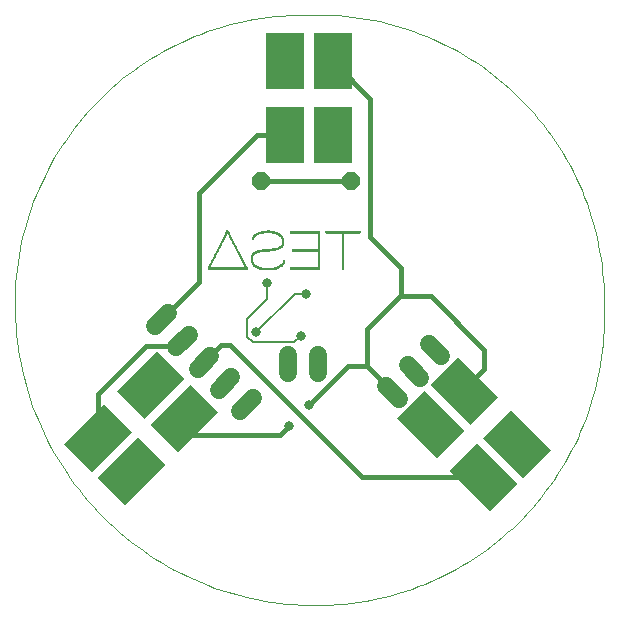
<source format=gbl>
G75*
%MOIN*%
%OFA0B0*%
%FSLAX24Y24*%
%IPPOS*%
%LPD*%
%AMOC8*
5,1,8,0,0,1.08239X$1,22.5*
%
%ADD10C,0.0000*%
%ADD11R,0.0290X0.0010*%
%ADD12R,0.0050X0.0010*%
%ADD13R,0.0900X0.0010*%
%ADD14R,0.0410X0.0010*%
%ADD15R,0.1310X0.0010*%
%ADD16R,0.0060X0.0010*%
%ADD17R,0.0950X0.0010*%
%ADD18R,0.0500X0.0010*%
%ADD19R,0.1330X0.0010*%
%ADD20R,0.0070X0.0010*%
%ADD21R,0.0970X0.0010*%
%ADD22R,0.0570X0.0010*%
%ADD23R,0.1350X0.0010*%
%ADD24R,0.0980X0.0010*%
%ADD25R,0.0630X0.0010*%
%ADD26R,0.0330X0.0010*%
%ADD27R,0.0040X0.0010*%
%ADD28R,0.0990X0.0010*%
%ADD29R,0.0250X0.0010*%
%ADD30R,0.0230X0.0010*%
%ADD31R,0.0210X0.0010*%
%ADD32R,0.0200X0.0010*%
%ADD33R,0.0190X0.0010*%
%ADD34R,0.0170X0.0010*%
%ADD35R,0.0080X0.0010*%
%ADD36R,0.0160X0.0010*%
%ADD37R,0.0150X0.0010*%
%ADD38R,0.0140X0.0010*%
%ADD39R,0.0130X0.0010*%
%ADD40R,0.0120X0.0010*%
%ADD41R,0.0110X0.0010*%
%ADD42R,0.0100X0.0010*%
%ADD43R,0.0090X0.0010*%
%ADD44R,0.0020X0.0010*%
%ADD45R,0.0180X0.0010*%
%ADD46R,0.0280X0.0010*%
%ADD47R,0.0940X0.0010*%
%ADD48R,0.0340X0.0010*%
%ADD49R,0.0440X0.0010*%
%ADD50R,0.0530X0.0010*%
%ADD51R,0.0540X0.0010*%
%ADD52R,0.0930X0.0010*%
%ADD53R,0.0450X0.0010*%
%ADD54R,0.0220X0.0010*%
%ADD55R,0.0010X0.0010*%
%ADD56R,0.1150X0.0010*%
%ADD57R,0.1170X0.0010*%
%ADD58R,0.0650X0.0010*%
%ADD59R,0.0610X0.0010*%
%ADD60R,0.1180X0.0010*%
%ADD61R,0.0550X0.0010*%
%ADD62R,0.0480X0.0010*%
%ADD63R,0.0400X0.0010*%
%ADD64C,0.0600*%
%ADD65OC8,0.0600*%
%ADD66R,0.1299X0.1890*%
%ADD67C,0.0317*%
%ADD68C,0.0080*%
%ADD69C,0.0160*%
D10*
X000100Y010131D02*
X000100Y010160D01*
X000103Y010392D01*
X000111Y010625D01*
X000125Y010857D01*
X000144Y011088D01*
X000169Y011319D01*
X000200Y011550D01*
X000236Y011779D01*
X000278Y012008D01*
X000325Y012235D01*
X000378Y012462D01*
X000436Y012687D01*
X000500Y012910D01*
X000569Y013132D01*
X000643Y013352D01*
X000723Y013571D01*
X000808Y013787D01*
X000898Y014001D01*
X000993Y014213D01*
X001093Y014423D01*
X001199Y014630D01*
X001309Y014834D01*
X001424Y015036D01*
X001544Y015235D01*
X001669Y015431D01*
X001799Y015624D01*
X001933Y015814D01*
X002072Y016000D01*
X002215Y016183D01*
X002363Y016363D01*
X002515Y016539D01*
X002671Y016711D01*
X002831Y016879D01*
X002995Y017044D01*
X003163Y017204D01*
X003335Y017360D01*
X003511Y017513D01*
X003690Y017660D01*
X003873Y017804D01*
X004059Y017943D01*
X004249Y018077D01*
X004442Y018207D01*
X004638Y018332D01*
X004836Y018453D01*
X005038Y018568D01*
X005242Y018679D01*
X005449Y018784D01*
X005659Y018885D01*
X005871Y018980D01*
X006085Y019071D01*
X006301Y019156D01*
X006519Y019236D01*
X006739Y019310D01*
X006961Y019380D01*
X007185Y019444D01*
X007410Y019502D01*
X007636Y019555D01*
X007863Y019603D01*
X008092Y019645D01*
X008322Y019681D01*
X008552Y019712D01*
X008783Y019738D01*
X009014Y019757D01*
X009246Y019771D01*
X009479Y019780D01*
X009711Y019783D01*
X010170Y019784D01*
X010404Y019782D01*
X010638Y019774D01*
X010871Y019760D01*
X011104Y019741D01*
X011337Y019715D01*
X011569Y019685D01*
X011800Y019648D01*
X012030Y019606D01*
X012259Y019558D01*
X012487Y019505D01*
X012713Y019446D01*
X012938Y019381D01*
X013161Y019311D01*
X013382Y019236D01*
X013602Y019155D01*
X013819Y019069D01*
X014035Y018978D01*
X014248Y018881D01*
X014458Y018779D01*
X014666Y018672D01*
X014872Y018560D01*
X015074Y018443D01*
X015274Y018321D01*
X015470Y018194D01*
X015663Y018062D01*
X015854Y017926D01*
X016040Y017785D01*
X016223Y017639D01*
X016403Y017489D01*
X016579Y017335D01*
X016751Y017177D01*
X016919Y017014D01*
X017083Y016847D01*
X017243Y016676D01*
X017398Y016502D01*
X017549Y016323D01*
X017696Y016141D01*
X017839Y015956D01*
X017977Y015767D01*
X018110Y015574D01*
X018238Y015379D01*
X018362Y015180D01*
X018480Y014978D01*
X018594Y014774D01*
X018702Y014567D01*
X018806Y014357D01*
X018904Y014145D01*
X018997Y013930D01*
X019085Y013713D01*
X019168Y013495D01*
X019245Y013274D01*
X019316Y013051D01*
X019383Y012827D01*
X019443Y012601D01*
X019498Y012373D01*
X019548Y012145D01*
X019592Y011915D01*
X019630Y011684D01*
X019663Y011453D01*
X019689Y011220D01*
X019711Y010987D01*
X019726Y010754D01*
X019736Y010520D01*
X019740Y010286D01*
X019741Y010286D02*
X019743Y009754D01*
X019741Y009521D01*
X019734Y009288D01*
X019721Y009056D01*
X019702Y008823D01*
X019678Y008592D01*
X019648Y008361D01*
X019613Y008131D01*
X019572Y007901D01*
X019525Y007673D01*
X019473Y007446D01*
X019416Y007221D01*
X019353Y006996D01*
X019285Y006774D01*
X019211Y006553D01*
X019132Y006334D01*
X019047Y006117D01*
X018958Y005902D01*
X018863Y005689D01*
X018763Y005479D01*
X018658Y005271D01*
X018548Y005066D01*
X018433Y004863D01*
X018313Y004664D01*
X018189Y004467D01*
X018059Y004273D01*
X017925Y004083D01*
X017787Y003896D01*
X017644Y003712D01*
X017496Y003532D01*
X017344Y003355D01*
X017188Y003182D01*
X017028Y003013D01*
X016864Y002848D01*
X016695Y002687D01*
X016523Y002530D01*
X016348Y002378D01*
X016168Y002229D01*
X015985Y002085D01*
X015799Y001946D01*
X015609Y001811D01*
X015416Y001681D01*
X015220Y001555D01*
X015021Y001434D01*
X014819Y001318D01*
X014614Y001207D01*
X014407Y001101D01*
X014197Y001000D01*
X013985Y000904D01*
X013770Y000814D01*
X013554Y000728D01*
X013335Y000648D01*
X013114Y000573D01*
X012892Y000504D01*
X012668Y000440D01*
X012443Y000381D01*
X012216Y000328D01*
X011988Y000280D01*
X011759Y000238D01*
X011529Y000201D01*
X011299Y000170D01*
X011067Y000145D01*
X010835Y000125D01*
X010603Y000111D01*
X010370Y000103D01*
X010137Y000100D01*
X009891Y000103D01*
X009645Y000112D01*
X009399Y000127D01*
X009154Y000148D01*
X008909Y000175D01*
X008665Y000209D01*
X008422Y000248D01*
X008180Y000293D01*
X007939Y000344D01*
X007699Y000401D01*
X007461Y000463D01*
X007225Y000532D01*
X006990Y000606D01*
X006757Y000686D01*
X006526Y000772D01*
X006297Y000863D01*
X006071Y000960D01*
X005847Y001063D01*
X005626Y001171D01*
X005407Y001284D01*
X005192Y001403D01*
X004979Y001527D01*
X004769Y001656D01*
X004563Y001790D01*
X004360Y001930D01*
X004160Y002074D01*
X003964Y002223D01*
X003772Y002377D01*
X003583Y002535D01*
X003399Y002698D01*
X003218Y002866D01*
X003042Y003038D01*
X002870Y003214D01*
X002702Y003394D01*
X002539Y003579D01*
X002380Y003767D01*
X002227Y003959D01*
X002077Y004155D01*
X001933Y004355D01*
X001794Y004558D01*
X001659Y004764D01*
X001530Y004973D01*
X001406Y005186D01*
X001287Y005402D01*
X001174Y005620D01*
X001066Y005842D01*
X000963Y006065D01*
X000866Y006292D01*
X000774Y006520D01*
X000688Y006751D01*
X000608Y006984D01*
X000534Y007219D01*
X000465Y007455D01*
X000402Y007693D01*
X000345Y007933D01*
X000294Y008174D01*
X000249Y008416D01*
X000209Y008659D01*
X000176Y008903D01*
X000149Y009148D01*
X000128Y009393D01*
X000112Y009639D01*
X000103Y009885D01*
X000100Y010131D01*
D11*
X008346Y011310D03*
X008346Y011310D03*
X008346Y011310D03*
X008346Y011310D03*
X008536Y011260D03*
X008536Y011260D03*
X008536Y011260D03*
X008536Y011260D03*
X008546Y012550D03*
X008546Y012550D03*
X008546Y012550D03*
X008546Y012550D03*
D12*
X008036Y012270D03*
X008036Y012270D03*
X008036Y012270D03*
X008036Y012270D03*
X009086Y011570D03*
X009086Y011570D03*
X009086Y011570D03*
X009086Y011570D03*
X011056Y011270D03*
X011056Y011270D03*
X011056Y011270D03*
X011056Y011270D03*
D13*
X009771Y011270D03*
X009771Y011270D03*
X009771Y011270D03*
X009771Y011270D03*
D14*
X008536Y011270D03*
X008536Y011270D03*
X008536Y011270D03*
X008536Y011270D03*
D15*
X007196Y011270D03*
X007196Y011270D03*
X007196Y011270D03*
X007196Y011270D03*
D16*
X008001Y011660D03*
X008001Y011660D03*
X008001Y011660D03*
X008001Y011660D03*
X008041Y012280D03*
X008041Y012280D03*
X008041Y012280D03*
X008041Y012280D03*
X008041Y012290D03*
X008041Y012290D03*
X008041Y012290D03*
X008041Y012290D03*
X007191Y012560D03*
X007191Y012560D03*
X007191Y012560D03*
X007191Y012560D03*
X009081Y011560D03*
X009081Y011560D03*
X009081Y011560D03*
X009081Y011560D03*
X010241Y012480D03*
X010241Y012480D03*
X010241Y012480D03*
X010241Y012480D03*
X011051Y011280D03*
X011051Y011280D03*
X011051Y011280D03*
X011051Y011280D03*
D17*
X009776Y011280D03*
X009776Y011280D03*
X009776Y011280D03*
X009776Y011280D03*
X009806Y011890D03*
X009806Y011890D03*
X009806Y011890D03*
X009806Y011890D03*
X009806Y011900D03*
X009806Y011900D03*
X009806Y011900D03*
X009806Y011900D03*
X009806Y011910D03*
X009806Y011910D03*
X009806Y011910D03*
X009806Y011910D03*
X009776Y012540D03*
X009776Y012540D03*
X009776Y012540D03*
X009776Y012540D03*
D18*
X008601Y011930D03*
X008601Y011930D03*
X008601Y011930D03*
X008601Y011930D03*
X008451Y011900D03*
X008451Y011900D03*
X008451Y011900D03*
X008451Y011900D03*
X008541Y011280D03*
X008541Y011280D03*
X008541Y011280D03*
X008541Y011280D03*
D19*
X007196Y011280D03*
X007196Y011280D03*
X007196Y011280D03*
X007196Y011280D03*
X007196Y011320D03*
X007196Y011320D03*
X007196Y011320D03*
X007196Y011320D03*
X007196Y011330D03*
X007196Y011330D03*
X007196Y011330D03*
X007196Y011330D03*
D20*
X006706Y011590D03*
X006706Y011590D03*
X006706Y011590D03*
X006706Y011590D03*
X006916Y012000D03*
X006916Y012000D03*
X006916Y012000D03*
X006916Y012000D03*
X007276Y012380D03*
X007276Y012380D03*
X007276Y012380D03*
X007276Y012380D03*
X007196Y012550D03*
X007196Y012550D03*
X007196Y012550D03*
X007196Y012550D03*
X008046Y012310D03*
X008046Y012310D03*
X008046Y012310D03*
X008046Y012310D03*
X008046Y012300D03*
X008046Y012300D03*
X008046Y012300D03*
X008046Y012300D03*
X008056Y012320D03*
X008056Y012320D03*
X008056Y012320D03*
X008056Y012320D03*
X008056Y012330D03*
X008056Y012330D03*
X008056Y012330D03*
X008056Y012330D03*
X008066Y012350D03*
X008066Y012350D03*
X008066Y012350D03*
X008066Y012350D03*
X008076Y012360D03*
X008076Y012360D03*
X008076Y012360D03*
X008076Y012360D03*
X008546Y012560D03*
X008546Y012560D03*
X008546Y012560D03*
X008546Y012560D03*
X009046Y012270D03*
X009046Y012270D03*
X009046Y012270D03*
X009046Y012270D03*
X009046Y012260D03*
X009046Y012260D03*
X009046Y012260D03*
X009046Y012260D03*
X009056Y012240D03*
X009056Y012240D03*
X009056Y012240D03*
X009056Y012240D03*
X009056Y012230D03*
X009056Y012230D03*
X009056Y012230D03*
X009056Y012230D03*
X009056Y012220D03*
X009056Y012220D03*
X009056Y012220D03*
X009056Y012220D03*
X009056Y012210D03*
X009056Y012210D03*
X009056Y012210D03*
X009056Y012210D03*
X009056Y012200D03*
X009056Y012200D03*
X009056Y012200D03*
X009056Y012200D03*
X009056Y012190D03*
X009056Y012190D03*
X009056Y012190D03*
X009056Y012190D03*
X009056Y012180D03*
X009056Y012180D03*
X009056Y012180D03*
X009056Y012180D03*
X009056Y012170D03*
X009056Y012170D03*
X009056Y012170D03*
X009056Y012170D03*
X009046Y012160D03*
X009046Y012160D03*
X009046Y012160D03*
X009046Y012160D03*
X009046Y012150D03*
X009046Y012150D03*
X009046Y012150D03*
X009046Y012150D03*
X009046Y012140D03*
X009046Y012140D03*
X009046Y012140D03*
X009046Y012140D03*
X009046Y012130D03*
X009046Y012130D03*
X009046Y012130D03*
X009046Y012130D03*
X009036Y012110D03*
X009036Y012110D03*
X009036Y012110D03*
X009036Y012110D03*
X009086Y011550D03*
X009086Y011550D03*
X009086Y011550D03*
X009086Y011550D03*
X009076Y011540D03*
X009076Y011540D03*
X009076Y011540D03*
X009076Y011540D03*
X009076Y011530D03*
X009076Y011530D03*
X009076Y011530D03*
X009076Y011530D03*
X009076Y011520D03*
X009076Y011520D03*
X009076Y011520D03*
X009076Y011520D03*
X009066Y011510D03*
X009066Y011510D03*
X009066Y011510D03*
X009066Y011510D03*
X008026Y011500D03*
X008026Y011500D03*
X008026Y011500D03*
X008026Y011500D03*
X008016Y011520D03*
X008016Y011520D03*
X008016Y011520D03*
X008016Y011520D03*
X008016Y011530D03*
X008016Y011530D03*
X008016Y011530D03*
X008016Y011530D03*
X008006Y011550D03*
X008006Y011550D03*
X008006Y011550D03*
X008006Y011550D03*
X008006Y011560D03*
X008006Y011560D03*
X008006Y011560D03*
X008006Y011560D03*
X008006Y011570D03*
X008006Y011570D03*
X008006Y011570D03*
X008006Y011570D03*
X007996Y011580D03*
X007996Y011580D03*
X007996Y011580D03*
X007996Y011580D03*
X007996Y011590D03*
X007996Y011590D03*
X007996Y011590D03*
X007996Y011590D03*
X007996Y011600D03*
X007996Y011600D03*
X007996Y011600D03*
X007996Y011600D03*
X007996Y011610D03*
X007996Y011610D03*
X007996Y011610D03*
X007996Y011610D03*
X007996Y011620D03*
X007996Y011620D03*
X007996Y011620D03*
X007996Y011620D03*
X007996Y011630D03*
X007996Y011630D03*
X007996Y011630D03*
X007996Y011630D03*
X007996Y011640D03*
X007996Y011640D03*
X007996Y011640D03*
X007996Y011640D03*
X007996Y011650D03*
X007996Y011650D03*
X007996Y011650D03*
X007996Y011650D03*
X008006Y011680D03*
X008006Y011680D03*
X008006Y011680D03*
X008006Y011680D03*
X008006Y011690D03*
X008006Y011690D03*
X008006Y011690D03*
X008006Y011690D03*
X008006Y011700D03*
X008006Y011700D03*
X008006Y011700D03*
X008006Y011700D03*
X008016Y011720D03*
X008016Y011720D03*
X008016Y011720D03*
X008016Y011720D03*
X010246Y011720D03*
X010246Y011720D03*
X010246Y011720D03*
X010246Y011720D03*
X010246Y011730D03*
X010246Y011730D03*
X010246Y011730D03*
X010246Y011730D03*
X010246Y011740D03*
X010246Y011740D03*
X010246Y011740D03*
X010246Y011740D03*
X010246Y011750D03*
X010246Y011750D03*
X010246Y011750D03*
X010246Y011750D03*
X010246Y011760D03*
X010246Y011760D03*
X010246Y011760D03*
X010246Y011760D03*
X010246Y011770D03*
X010246Y011770D03*
X010246Y011770D03*
X010246Y011770D03*
X010246Y011780D03*
X010246Y011780D03*
X010246Y011780D03*
X010246Y011780D03*
X010246Y011790D03*
X010246Y011790D03*
X010246Y011790D03*
X010246Y011790D03*
X010246Y011800D03*
X010246Y011800D03*
X010246Y011800D03*
X010246Y011800D03*
X010246Y011810D03*
X010246Y011810D03*
X010246Y011810D03*
X010246Y011810D03*
X010246Y011820D03*
X010246Y011820D03*
X010246Y011820D03*
X010246Y011820D03*
X010246Y011830D03*
X010246Y011830D03*
X010246Y011830D03*
X010246Y011830D03*
X010246Y011840D03*
X010246Y011840D03*
X010246Y011840D03*
X010246Y011840D03*
X010246Y011850D03*
X010246Y011850D03*
X010246Y011850D03*
X010246Y011850D03*
X010246Y011860D03*
X010246Y011860D03*
X010246Y011860D03*
X010246Y011860D03*
X010246Y011870D03*
X010246Y011870D03*
X010246Y011870D03*
X010246Y011870D03*
X010246Y011940D03*
X010246Y011940D03*
X010246Y011940D03*
X010246Y011940D03*
X010246Y011950D03*
X010246Y011950D03*
X010246Y011950D03*
X010246Y011950D03*
X010246Y011960D03*
X010246Y011960D03*
X010246Y011960D03*
X010246Y011960D03*
X010246Y011970D03*
X010246Y011970D03*
X010246Y011970D03*
X010246Y011970D03*
X010246Y011980D03*
X010246Y011980D03*
X010246Y011980D03*
X010246Y011980D03*
X010246Y011990D03*
X010246Y011990D03*
X010246Y011990D03*
X010246Y011990D03*
X010246Y012000D03*
X010246Y012000D03*
X010246Y012000D03*
X010246Y012000D03*
X010246Y012010D03*
X010246Y012010D03*
X010246Y012010D03*
X010246Y012010D03*
X010246Y012020D03*
X010246Y012020D03*
X010246Y012020D03*
X010246Y012020D03*
X010246Y012030D03*
X010246Y012030D03*
X010246Y012030D03*
X010246Y012030D03*
X010246Y012040D03*
X010246Y012040D03*
X010246Y012040D03*
X010246Y012040D03*
X010246Y012050D03*
X010246Y012050D03*
X010246Y012050D03*
X010246Y012050D03*
X010246Y012060D03*
X010246Y012060D03*
X010246Y012060D03*
X010246Y012060D03*
X010246Y012070D03*
X010246Y012070D03*
X010246Y012070D03*
X010246Y012070D03*
X010246Y012080D03*
X010246Y012080D03*
X010246Y012080D03*
X010246Y012080D03*
X010246Y012090D03*
X010246Y012090D03*
X010246Y012090D03*
X010246Y012090D03*
X010246Y012100D03*
X010246Y012100D03*
X010246Y012100D03*
X010246Y012100D03*
X010246Y012110D03*
X010246Y012110D03*
X010246Y012110D03*
X010246Y012110D03*
X010246Y012120D03*
X010246Y012120D03*
X010246Y012120D03*
X010246Y012120D03*
X010246Y012130D03*
X010246Y012130D03*
X010246Y012130D03*
X010246Y012130D03*
X010246Y012140D03*
X010246Y012140D03*
X010246Y012140D03*
X010246Y012140D03*
X010246Y012150D03*
X010246Y012150D03*
X010246Y012150D03*
X010246Y012150D03*
X010246Y012160D03*
X010246Y012160D03*
X010246Y012160D03*
X010246Y012160D03*
X010246Y012170D03*
X010246Y012170D03*
X010246Y012170D03*
X010246Y012170D03*
X010246Y012180D03*
X010246Y012180D03*
X010246Y012180D03*
X010246Y012180D03*
X010246Y012190D03*
X010246Y012190D03*
X010246Y012190D03*
X010246Y012190D03*
X010246Y012200D03*
X010246Y012200D03*
X010246Y012200D03*
X010246Y012200D03*
X010246Y012210D03*
X010246Y012210D03*
X010246Y012210D03*
X010246Y012210D03*
X010246Y012220D03*
X010246Y012220D03*
X010246Y012220D03*
X010246Y012220D03*
X010246Y012230D03*
X010246Y012230D03*
X010246Y012230D03*
X010246Y012230D03*
X010246Y012240D03*
X010246Y012240D03*
X010246Y012240D03*
X010246Y012240D03*
X010246Y012250D03*
X010246Y012250D03*
X010246Y012250D03*
X010246Y012250D03*
X010246Y012260D03*
X010246Y012260D03*
X010246Y012260D03*
X010246Y012260D03*
X010246Y012270D03*
X010246Y012270D03*
X010246Y012270D03*
X010246Y012270D03*
X010246Y012280D03*
X010246Y012280D03*
X010246Y012280D03*
X010246Y012280D03*
X010246Y012290D03*
X010246Y012290D03*
X010246Y012290D03*
X010246Y012290D03*
X010246Y012300D03*
X010246Y012300D03*
X010246Y012300D03*
X010246Y012300D03*
X010246Y012310D03*
X010246Y012310D03*
X010246Y012310D03*
X010246Y012310D03*
X010246Y012320D03*
X010246Y012320D03*
X010246Y012320D03*
X010246Y012320D03*
X010246Y012330D03*
X010246Y012330D03*
X010246Y012330D03*
X010246Y012330D03*
X010246Y012340D03*
X010246Y012340D03*
X010246Y012340D03*
X010246Y012340D03*
X010246Y012350D03*
X010246Y012350D03*
X010246Y012350D03*
X010246Y012350D03*
X010246Y012360D03*
X010246Y012360D03*
X010246Y012360D03*
X010246Y012360D03*
X010246Y012370D03*
X010246Y012370D03*
X010246Y012370D03*
X010246Y012370D03*
X010246Y012380D03*
X010246Y012380D03*
X010246Y012380D03*
X010246Y012380D03*
X010246Y012390D03*
X010246Y012390D03*
X010246Y012390D03*
X010246Y012390D03*
X010246Y012400D03*
X010246Y012400D03*
X010246Y012400D03*
X010246Y012400D03*
X010246Y012410D03*
X010246Y012410D03*
X010246Y012410D03*
X010246Y012410D03*
X010246Y012420D03*
X010246Y012420D03*
X010246Y012420D03*
X010246Y012420D03*
X010246Y012430D03*
X010246Y012430D03*
X010246Y012430D03*
X010246Y012430D03*
X010246Y012440D03*
X010246Y012440D03*
X010246Y012440D03*
X010246Y012440D03*
X010246Y012450D03*
X010246Y012450D03*
X010246Y012450D03*
X010246Y012450D03*
X010246Y012460D03*
X010246Y012460D03*
X010246Y012460D03*
X010246Y012460D03*
X010246Y012470D03*
X010246Y012470D03*
X010246Y012470D03*
X010246Y012470D03*
X010246Y011710D03*
X010246Y011710D03*
X010246Y011710D03*
X010246Y011710D03*
X010246Y011700D03*
X010246Y011700D03*
X010246Y011700D03*
X010246Y011700D03*
X010246Y011690D03*
X010246Y011690D03*
X010246Y011690D03*
X010246Y011690D03*
X010246Y011680D03*
X010246Y011680D03*
X010246Y011680D03*
X010246Y011680D03*
X010246Y011670D03*
X010246Y011670D03*
X010246Y011670D03*
X010246Y011670D03*
X010246Y011660D03*
X010246Y011660D03*
X010246Y011660D03*
X010246Y011660D03*
X010246Y011650D03*
X010246Y011650D03*
X010246Y011650D03*
X010246Y011650D03*
X010246Y011640D03*
X010246Y011640D03*
X010246Y011640D03*
X010246Y011640D03*
X010246Y011630D03*
X010246Y011630D03*
X010246Y011630D03*
X010246Y011630D03*
X010246Y011620D03*
X010246Y011620D03*
X010246Y011620D03*
X010246Y011620D03*
X010246Y011610D03*
X010246Y011610D03*
X010246Y011610D03*
X010246Y011610D03*
X010246Y011600D03*
X010246Y011600D03*
X010246Y011600D03*
X010246Y011600D03*
X010246Y011590D03*
X010246Y011590D03*
X010246Y011590D03*
X010246Y011590D03*
X010246Y011580D03*
X010246Y011580D03*
X010246Y011580D03*
X010246Y011580D03*
X010246Y011570D03*
X010246Y011570D03*
X010246Y011570D03*
X010246Y011570D03*
X010246Y011560D03*
X010246Y011560D03*
X010246Y011560D03*
X010246Y011560D03*
X010246Y011550D03*
X010246Y011550D03*
X010246Y011550D03*
X010246Y011550D03*
X010246Y011540D03*
X010246Y011540D03*
X010246Y011540D03*
X010246Y011540D03*
X010246Y011530D03*
X010246Y011530D03*
X010246Y011530D03*
X010246Y011530D03*
X010246Y011520D03*
X010246Y011520D03*
X010246Y011520D03*
X010246Y011520D03*
X010246Y011510D03*
X010246Y011510D03*
X010246Y011510D03*
X010246Y011510D03*
X010246Y011500D03*
X010246Y011500D03*
X010246Y011500D03*
X010246Y011500D03*
X010246Y011490D03*
X010246Y011490D03*
X010246Y011490D03*
X010246Y011490D03*
X010246Y011480D03*
X010246Y011480D03*
X010246Y011480D03*
X010246Y011480D03*
X010246Y011470D03*
X010246Y011470D03*
X010246Y011470D03*
X010246Y011470D03*
X010246Y011460D03*
X010246Y011460D03*
X010246Y011460D03*
X010246Y011460D03*
X010246Y011450D03*
X010246Y011450D03*
X010246Y011450D03*
X010246Y011450D03*
X010246Y011440D03*
X010246Y011440D03*
X010246Y011440D03*
X010246Y011440D03*
X010246Y011430D03*
X010246Y011430D03*
X010246Y011430D03*
X010246Y011430D03*
X010246Y011420D03*
X010246Y011420D03*
X010246Y011420D03*
X010246Y011420D03*
X010246Y011410D03*
X010246Y011410D03*
X010246Y011410D03*
X010246Y011410D03*
X010246Y011400D03*
X010246Y011400D03*
X010246Y011400D03*
X010246Y011400D03*
X010246Y011390D03*
X010246Y011390D03*
X010246Y011390D03*
X010246Y011390D03*
X010246Y011380D03*
X010246Y011380D03*
X010246Y011380D03*
X010246Y011380D03*
X010246Y011370D03*
X010246Y011370D03*
X010246Y011370D03*
X010246Y011370D03*
X010246Y011360D03*
X010246Y011360D03*
X010246Y011360D03*
X010246Y011360D03*
X010246Y011350D03*
X010246Y011350D03*
X010246Y011350D03*
X010246Y011350D03*
X010246Y011340D03*
X010246Y011340D03*
X010246Y011340D03*
X010246Y011340D03*
X011056Y011340D03*
X011056Y011340D03*
X011056Y011340D03*
X011056Y011340D03*
X011056Y011350D03*
X011056Y011350D03*
X011056Y011350D03*
X011056Y011350D03*
X011056Y011360D03*
X011056Y011360D03*
X011056Y011360D03*
X011056Y011360D03*
X011056Y011370D03*
X011056Y011370D03*
X011056Y011370D03*
X011056Y011370D03*
X011056Y011380D03*
X011056Y011380D03*
X011056Y011380D03*
X011056Y011380D03*
X011056Y011390D03*
X011056Y011390D03*
X011056Y011390D03*
X011056Y011390D03*
X011056Y011400D03*
X011056Y011400D03*
X011056Y011400D03*
X011056Y011400D03*
X011056Y011410D03*
X011056Y011410D03*
X011056Y011410D03*
X011056Y011410D03*
X011056Y011420D03*
X011056Y011420D03*
X011056Y011420D03*
X011056Y011420D03*
X011056Y011430D03*
X011056Y011430D03*
X011056Y011430D03*
X011056Y011430D03*
X011056Y011440D03*
X011056Y011440D03*
X011056Y011440D03*
X011056Y011440D03*
X011056Y011450D03*
X011056Y011450D03*
X011056Y011450D03*
X011056Y011450D03*
X011056Y011460D03*
X011056Y011460D03*
X011056Y011460D03*
X011056Y011460D03*
X011056Y011470D03*
X011056Y011470D03*
X011056Y011470D03*
X011056Y011470D03*
X011056Y011480D03*
X011056Y011480D03*
X011056Y011480D03*
X011056Y011480D03*
X011056Y011490D03*
X011056Y011490D03*
X011056Y011490D03*
X011056Y011490D03*
X011056Y011500D03*
X011056Y011500D03*
X011056Y011500D03*
X011056Y011500D03*
X011056Y011510D03*
X011056Y011510D03*
X011056Y011510D03*
X011056Y011510D03*
X011056Y011520D03*
X011056Y011520D03*
X011056Y011520D03*
X011056Y011520D03*
X011056Y011530D03*
X011056Y011530D03*
X011056Y011530D03*
X011056Y011530D03*
X011056Y011540D03*
X011056Y011540D03*
X011056Y011540D03*
X011056Y011540D03*
X011056Y011550D03*
X011056Y011550D03*
X011056Y011550D03*
X011056Y011550D03*
X011056Y011560D03*
X011056Y011560D03*
X011056Y011560D03*
X011056Y011560D03*
X011056Y011570D03*
X011056Y011570D03*
X011056Y011570D03*
X011056Y011570D03*
X011056Y011580D03*
X011056Y011580D03*
X011056Y011580D03*
X011056Y011580D03*
X011056Y011590D03*
X011056Y011590D03*
X011056Y011590D03*
X011056Y011590D03*
X011056Y011600D03*
X011056Y011600D03*
X011056Y011600D03*
X011056Y011600D03*
X011056Y011610D03*
X011056Y011610D03*
X011056Y011610D03*
X011056Y011610D03*
X011056Y011620D03*
X011056Y011620D03*
X011056Y011620D03*
X011056Y011620D03*
X011056Y011630D03*
X011056Y011630D03*
X011056Y011630D03*
X011056Y011630D03*
X011056Y011640D03*
X011056Y011640D03*
X011056Y011640D03*
X011056Y011640D03*
X011056Y011650D03*
X011056Y011650D03*
X011056Y011650D03*
X011056Y011650D03*
X011056Y011660D03*
X011056Y011660D03*
X011056Y011660D03*
X011056Y011660D03*
X011056Y011670D03*
X011056Y011670D03*
X011056Y011670D03*
X011056Y011670D03*
X011056Y011680D03*
X011056Y011680D03*
X011056Y011680D03*
X011056Y011680D03*
X011056Y011690D03*
X011056Y011690D03*
X011056Y011690D03*
X011056Y011690D03*
X011056Y011700D03*
X011056Y011700D03*
X011056Y011700D03*
X011056Y011700D03*
X011056Y011710D03*
X011056Y011710D03*
X011056Y011710D03*
X011056Y011710D03*
X011056Y011720D03*
X011056Y011720D03*
X011056Y011720D03*
X011056Y011720D03*
X011056Y011730D03*
X011056Y011730D03*
X011056Y011730D03*
X011056Y011730D03*
X011056Y011740D03*
X011056Y011740D03*
X011056Y011740D03*
X011056Y011740D03*
X011056Y011750D03*
X011056Y011750D03*
X011056Y011750D03*
X011056Y011750D03*
X011056Y011760D03*
X011056Y011760D03*
X011056Y011760D03*
X011056Y011760D03*
X011056Y011770D03*
X011056Y011770D03*
X011056Y011770D03*
X011056Y011770D03*
X011056Y011780D03*
X011056Y011780D03*
X011056Y011780D03*
X011056Y011780D03*
X011056Y011790D03*
X011056Y011790D03*
X011056Y011790D03*
X011056Y011790D03*
X011056Y011800D03*
X011056Y011800D03*
X011056Y011800D03*
X011056Y011800D03*
X011056Y011810D03*
X011056Y011810D03*
X011056Y011810D03*
X011056Y011810D03*
X011056Y011820D03*
X011056Y011820D03*
X011056Y011820D03*
X011056Y011820D03*
X011056Y011830D03*
X011056Y011830D03*
X011056Y011830D03*
X011056Y011830D03*
X011056Y011840D03*
X011056Y011840D03*
X011056Y011840D03*
X011056Y011840D03*
X011056Y011850D03*
X011056Y011850D03*
X011056Y011850D03*
X011056Y011850D03*
X011056Y011860D03*
X011056Y011860D03*
X011056Y011860D03*
X011056Y011860D03*
X011056Y011870D03*
X011056Y011870D03*
X011056Y011870D03*
X011056Y011870D03*
X011056Y011880D03*
X011056Y011880D03*
X011056Y011880D03*
X011056Y011880D03*
X011056Y011890D03*
X011056Y011890D03*
X011056Y011890D03*
X011056Y011890D03*
X011056Y011900D03*
X011056Y011900D03*
X011056Y011900D03*
X011056Y011900D03*
X011056Y011910D03*
X011056Y011910D03*
X011056Y011910D03*
X011056Y011910D03*
X011056Y011920D03*
X011056Y011920D03*
X011056Y011920D03*
X011056Y011920D03*
X011056Y011930D03*
X011056Y011930D03*
X011056Y011930D03*
X011056Y011930D03*
X011056Y011940D03*
X011056Y011940D03*
X011056Y011940D03*
X011056Y011940D03*
X011056Y011950D03*
X011056Y011950D03*
X011056Y011950D03*
X011056Y011950D03*
X011056Y011960D03*
X011056Y011960D03*
X011056Y011960D03*
X011056Y011960D03*
X011056Y011970D03*
X011056Y011970D03*
X011056Y011970D03*
X011056Y011970D03*
X011056Y011980D03*
X011056Y011980D03*
X011056Y011980D03*
X011056Y011980D03*
X011056Y011990D03*
X011056Y011990D03*
X011056Y011990D03*
X011056Y011990D03*
X011056Y012000D03*
X011056Y012000D03*
X011056Y012000D03*
X011056Y012000D03*
X011056Y012010D03*
X011056Y012010D03*
X011056Y012010D03*
X011056Y012010D03*
X011056Y012020D03*
X011056Y012020D03*
X011056Y012020D03*
X011056Y012020D03*
X011056Y012030D03*
X011056Y012030D03*
X011056Y012030D03*
X011056Y012030D03*
X011056Y012040D03*
X011056Y012040D03*
X011056Y012040D03*
X011056Y012040D03*
X011056Y012050D03*
X011056Y012050D03*
X011056Y012050D03*
X011056Y012050D03*
X011056Y012060D03*
X011056Y012060D03*
X011056Y012060D03*
X011056Y012060D03*
X011056Y012070D03*
X011056Y012070D03*
X011056Y012070D03*
X011056Y012070D03*
X011056Y012080D03*
X011056Y012080D03*
X011056Y012080D03*
X011056Y012080D03*
X011056Y012090D03*
X011056Y012090D03*
X011056Y012090D03*
X011056Y012090D03*
X011056Y012100D03*
X011056Y012100D03*
X011056Y012100D03*
X011056Y012100D03*
X011056Y012110D03*
X011056Y012110D03*
X011056Y012110D03*
X011056Y012110D03*
X011056Y012120D03*
X011056Y012120D03*
X011056Y012120D03*
X011056Y012120D03*
X011056Y012130D03*
X011056Y012130D03*
X011056Y012130D03*
X011056Y012130D03*
X011056Y012140D03*
X011056Y012140D03*
X011056Y012140D03*
X011056Y012140D03*
X011056Y012150D03*
X011056Y012150D03*
X011056Y012150D03*
X011056Y012150D03*
X011056Y012160D03*
X011056Y012160D03*
X011056Y012160D03*
X011056Y012160D03*
X011056Y012170D03*
X011056Y012170D03*
X011056Y012170D03*
X011056Y012170D03*
X011056Y012180D03*
X011056Y012180D03*
X011056Y012180D03*
X011056Y012180D03*
X011056Y012190D03*
X011056Y012190D03*
X011056Y012190D03*
X011056Y012190D03*
X011056Y012200D03*
X011056Y012200D03*
X011056Y012200D03*
X011056Y012200D03*
X011056Y012210D03*
X011056Y012210D03*
X011056Y012210D03*
X011056Y012210D03*
X011056Y012220D03*
X011056Y012220D03*
X011056Y012220D03*
X011056Y012220D03*
X011056Y012230D03*
X011056Y012230D03*
X011056Y012230D03*
X011056Y012230D03*
X011056Y012240D03*
X011056Y012240D03*
X011056Y012240D03*
X011056Y012240D03*
X011056Y012250D03*
X011056Y012250D03*
X011056Y012250D03*
X011056Y012250D03*
X011056Y012260D03*
X011056Y012260D03*
X011056Y012260D03*
X011056Y012260D03*
X011056Y012270D03*
X011056Y012270D03*
X011056Y012270D03*
X011056Y012270D03*
X011056Y012280D03*
X011056Y012280D03*
X011056Y012280D03*
X011056Y012280D03*
X011056Y012290D03*
X011056Y012290D03*
X011056Y012290D03*
X011056Y012290D03*
X011056Y012300D03*
X011056Y012300D03*
X011056Y012300D03*
X011056Y012300D03*
X011056Y012310D03*
X011056Y012310D03*
X011056Y012310D03*
X011056Y012310D03*
X011056Y012320D03*
X011056Y012320D03*
X011056Y012320D03*
X011056Y012320D03*
X011056Y012330D03*
X011056Y012330D03*
X011056Y012330D03*
X011056Y012330D03*
X011056Y012340D03*
X011056Y012340D03*
X011056Y012340D03*
X011056Y012340D03*
X011056Y012350D03*
X011056Y012350D03*
X011056Y012350D03*
X011056Y012350D03*
X011056Y012360D03*
X011056Y012360D03*
X011056Y012360D03*
X011056Y012360D03*
X011056Y012370D03*
X011056Y012370D03*
X011056Y012370D03*
X011056Y012370D03*
X011056Y012380D03*
X011056Y012380D03*
X011056Y012380D03*
X011056Y012380D03*
X011056Y012390D03*
X011056Y012390D03*
X011056Y012390D03*
X011056Y012390D03*
X011056Y012400D03*
X011056Y012400D03*
X011056Y012400D03*
X011056Y012400D03*
X011056Y012410D03*
X011056Y012410D03*
X011056Y012410D03*
X011056Y012410D03*
X011056Y012420D03*
X011056Y012420D03*
X011056Y012420D03*
X011056Y012420D03*
X011056Y012430D03*
X011056Y012430D03*
X011056Y012430D03*
X011056Y012430D03*
X011056Y012440D03*
X011056Y012440D03*
X011056Y012440D03*
X011056Y012440D03*
X011056Y012450D03*
X011056Y012450D03*
X011056Y012450D03*
X011056Y012450D03*
X011056Y012460D03*
X011056Y012460D03*
X011056Y012460D03*
X011056Y012460D03*
X011056Y012470D03*
X011056Y012470D03*
X011056Y012470D03*
X011056Y012470D03*
X011056Y012480D03*
X011056Y012480D03*
X011056Y012480D03*
X011056Y012480D03*
X011056Y011330D03*
X011056Y011330D03*
X011056Y011330D03*
X011056Y011330D03*
X011056Y011320D03*
X011056Y011320D03*
X011056Y011320D03*
X011056Y011320D03*
X011056Y011310D03*
X011056Y011310D03*
X011056Y011310D03*
X011056Y011310D03*
X011056Y011300D03*
X011056Y011300D03*
X011056Y011300D03*
X011056Y011300D03*
X011056Y011290D03*
X011056Y011290D03*
X011056Y011290D03*
X011056Y011290D03*
D21*
X009776Y011290D03*
X009776Y011290D03*
X009776Y011290D03*
X009776Y011290D03*
X009776Y012530D03*
X009776Y012530D03*
X009776Y012530D03*
X009776Y012530D03*
D22*
X008536Y011290D03*
X008536Y011290D03*
X008536Y011290D03*
X008536Y011290D03*
D23*
X007196Y011290D03*
X007196Y011290D03*
X007196Y011290D03*
X007196Y011290D03*
X007196Y011300D03*
X007196Y011300D03*
X007196Y011300D03*
X007196Y011300D03*
X007196Y011310D03*
X007196Y011310D03*
X007196Y011310D03*
X007196Y011310D03*
D24*
X009781Y011310D03*
X009781Y011310D03*
X009781Y011310D03*
X009781Y011310D03*
X009781Y011300D03*
X009781Y011300D03*
X009781Y011300D03*
X009781Y011300D03*
X009791Y011330D03*
X009791Y011330D03*
X009791Y011330D03*
X009791Y011330D03*
X009791Y012490D03*
X009791Y012490D03*
X009791Y012490D03*
X009791Y012490D03*
X009781Y012510D03*
X009781Y012510D03*
X009781Y012510D03*
X009781Y012510D03*
X009781Y012520D03*
X009781Y012520D03*
X009781Y012520D03*
X009781Y012520D03*
D25*
X008536Y011300D03*
X008536Y011300D03*
X008536Y011300D03*
X008536Y011300D03*
D26*
X008716Y011310D03*
X008716Y011310D03*
X008716Y011310D03*
X008716Y011310D03*
D27*
X008521Y011310D03*
X008521Y011310D03*
X008521Y011310D03*
X008521Y011310D03*
X007191Y012570D03*
X007191Y012570D03*
X007191Y012570D03*
X007191Y012570D03*
D28*
X009786Y012500D03*
X009786Y012500D03*
X009786Y012500D03*
X009786Y012500D03*
X009786Y011320D03*
X009786Y011320D03*
X009786Y011320D03*
X009786Y011320D03*
D29*
X008786Y011320D03*
X008786Y011320D03*
X008786Y011320D03*
X008786Y011320D03*
D30*
X008286Y011320D03*
X008286Y011320D03*
X008286Y011320D03*
X008286Y011320D03*
X008306Y012490D03*
X008306Y012490D03*
X008306Y012490D03*
X008306Y012490D03*
X008776Y012490D03*
X008776Y012490D03*
X008776Y012490D03*
X008776Y012490D03*
D31*
X008206Y011860D03*
X008206Y011860D03*
X008206Y011860D03*
X008206Y011860D03*
X008826Y011330D03*
X008826Y011330D03*
X008826Y011330D03*
X008826Y011330D03*
D32*
X008251Y011330D03*
X008251Y011330D03*
X008251Y011330D03*
X008251Y011330D03*
X008811Y012480D03*
X008811Y012480D03*
X008811Y012480D03*
X008811Y012480D03*
D33*
X008876Y011980D03*
X008876Y011980D03*
X008876Y011980D03*
X008876Y011980D03*
X008856Y011340D03*
X008856Y011340D03*
X008856Y011340D03*
X008856Y011340D03*
D34*
X008216Y011340D03*
X008216Y011340D03*
X008216Y011340D03*
X008216Y011340D03*
X008836Y012470D03*
X008836Y012470D03*
X008836Y012470D03*
X008836Y012470D03*
D35*
X009021Y012330D03*
X009021Y012330D03*
X009021Y012330D03*
X009021Y012330D03*
X009021Y012320D03*
X009021Y012320D03*
X009021Y012320D03*
X009021Y012320D03*
X009031Y012310D03*
X009031Y012310D03*
X009031Y012310D03*
X009031Y012310D03*
X009031Y012300D03*
X009031Y012300D03*
X009031Y012300D03*
X009031Y012300D03*
X009041Y012290D03*
X009041Y012290D03*
X009041Y012290D03*
X009041Y012290D03*
X009041Y012280D03*
X009041Y012280D03*
X009041Y012280D03*
X009041Y012280D03*
X009051Y012250D03*
X009051Y012250D03*
X009051Y012250D03*
X009051Y012250D03*
X009041Y012120D03*
X009041Y012120D03*
X009041Y012120D03*
X009041Y012120D03*
X009031Y012100D03*
X009031Y012100D03*
X009031Y012100D03*
X009031Y012100D03*
X009021Y012080D03*
X009021Y012080D03*
X009021Y012080D03*
X009021Y012080D03*
X009061Y011500D03*
X009061Y011500D03*
X009061Y011500D03*
X009061Y011500D03*
X009061Y011490D03*
X009061Y011490D03*
X009061Y011490D03*
X009061Y011490D03*
X009051Y011480D03*
X009051Y011480D03*
X009051Y011480D03*
X009051Y011480D03*
X009041Y011470D03*
X009041Y011470D03*
X009041Y011470D03*
X009041Y011470D03*
X008051Y011460D03*
X008051Y011460D03*
X008051Y011460D03*
X008051Y011460D03*
X008041Y011470D03*
X008041Y011470D03*
X008041Y011470D03*
X008041Y011470D03*
X008041Y011480D03*
X008041Y011480D03*
X008041Y011480D03*
X008041Y011480D03*
X008031Y011490D03*
X008031Y011490D03*
X008031Y011490D03*
X008031Y011490D03*
X008021Y011510D03*
X008021Y011510D03*
X008021Y011510D03*
X008021Y011510D03*
X008011Y011540D03*
X008011Y011540D03*
X008011Y011540D03*
X008011Y011540D03*
X008001Y011670D03*
X008001Y011670D03*
X008001Y011670D03*
X008001Y011670D03*
X008011Y011710D03*
X008011Y011710D03*
X008011Y011710D03*
X008011Y011710D03*
X008021Y011730D03*
X008021Y011730D03*
X008021Y011730D03*
X008021Y011730D03*
X008021Y011740D03*
X008021Y011740D03*
X008021Y011740D03*
X008021Y011740D03*
X008031Y011750D03*
X008031Y011750D03*
X008031Y011750D03*
X008031Y011750D03*
X007691Y011580D03*
X007691Y011580D03*
X007691Y011580D03*
X007691Y011580D03*
X007691Y011570D03*
X007691Y011570D03*
X007691Y011570D03*
X007691Y011570D03*
X007701Y011560D03*
X007701Y011560D03*
X007701Y011560D03*
X007701Y011560D03*
X007701Y011550D03*
X007701Y011550D03*
X007701Y011550D03*
X007701Y011550D03*
X007711Y011540D03*
X007711Y011540D03*
X007711Y011540D03*
X007711Y011540D03*
X007711Y011530D03*
X007711Y011530D03*
X007711Y011530D03*
X007711Y011530D03*
X007721Y011520D03*
X007721Y011520D03*
X007721Y011520D03*
X007721Y011520D03*
X007721Y011510D03*
X007721Y011510D03*
X007721Y011510D03*
X007721Y011510D03*
X007731Y011500D03*
X007731Y011500D03*
X007731Y011500D03*
X007731Y011500D03*
X007741Y011490D03*
X007741Y011490D03*
X007741Y011490D03*
X007741Y011490D03*
X007741Y011480D03*
X007741Y011480D03*
X007741Y011480D03*
X007741Y011480D03*
X007751Y011470D03*
X007751Y011470D03*
X007751Y011470D03*
X007751Y011470D03*
X007751Y011460D03*
X007751Y011460D03*
X007751Y011460D03*
X007751Y011460D03*
X007761Y011440D03*
X007761Y011440D03*
X007761Y011440D03*
X007761Y011440D03*
X007771Y011430D03*
X007771Y011430D03*
X007771Y011430D03*
X007771Y011430D03*
X007771Y011420D03*
X007771Y011420D03*
X007771Y011420D03*
X007771Y011420D03*
X007781Y011410D03*
X007781Y011410D03*
X007781Y011410D03*
X007781Y011410D03*
X007781Y011400D03*
X007781Y011400D03*
X007781Y011400D03*
X007781Y011400D03*
X007791Y011390D03*
X007791Y011390D03*
X007791Y011390D03*
X007791Y011390D03*
X007791Y011380D03*
X007791Y011380D03*
X007791Y011380D03*
X007791Y011380D03*
X007801Y011370D03*
X007801Y011370D03*
X007801Y011370D03*
X007801Y011370D03*
X007801Y011360D03*
X007801Y011360D03*
X007801Y011360D03*
X007801Y011360D03*
X007811Y011350D03*
X007811Y011350D03*
X007811Y011350D03*
X007811Y011350D03*
X007811Y011340D03*
X007811Y011340D03*
X007811Y011340D03*
X007811Y011340D03*
X007681Y011590D03*
X007681Y011590D03*
X007681Y011590D03*
X007681Y011590D03*
X007681Y011600D03*
X007681Y011600D03*
X007681Y011600D03*
X007681Y011600D03*
X007671Y011610D03*
X007671Y011610D03*
X007671Y011610D03*
X007671Y011610D03*
X007671Y011620D03*
X007671Y011620D03*
X007671Y011620D03*
X007671Y011620D03*
X007661Y011630D03*
X007661Y011630D03*
X007661Y011630D03*
X007661Y011630D03*
X007661Y011630D03*
X007661Y011630D03*
X007661Y011630D03*
X007661Y011630D03*
X007661Y011640D03*
X007661Y011640D03*
X007661Y011640D03*
X007661Y011640D03*
X007651Y011650D03*
X007651Y011650D03*
X007651Y011650D03*
X007651Y011650D03*
X007651Y011660D03*
X007651Y011660D03*
X007651Y011660D03*
X007651Y011660D03*
X007641Y011670D03*
X007641Y011670D03*
X007641Y011670D03*
X007641Y011670D03*
X007641Y011680D03*
X007641Y011680D03*
X007641Y011680D03*
X007641Y011680D03*
X007631Y011690D03*
X007631Y011690D03*
X007631Y011690D03*
X007631Y011690D03*
X007631Y011700D03*
X007631Y011700D03*
X007631Y011700D03*
X007631Y011700D03*
X007621Y011710D03*
X007621Y011710D03*
X007621Y011710D03*
X007621Y011710D03*
X007621Y011720D03*
X007621Y011720D03*
X007621Y011720D03*
X007621Y011720D03*
X007611Y011730D03*
X007611Y011730D03*
X007611Y011730D03*
X007611Y011730D03*
X007611Y011740D03*
X007611Y011740D03*
X007611Y011740D03*
X007611Y011740D03*
X007601Y011750D03*
X007601Y011750D03*
X007601Y011750D03*
X007601Y011750D03*
X007601Y011760D03*
X007601Y011760D03*
X007601Y011760D03*
X007601Y011760D03*
X007591Y011770D03*
X007591Y011770D03*
X007591Y011770D03*
X007591Y011770D03*
X007581Y011790D03*
X007581Y011790D03*
X007581Y011790D03*
X007581Y011790D03*
X007571Y011810D03*
X007571Y011810D03*
X007571Y011810D03*
X007571Y011810D03*
X007561Y011830D03*
X007561Y011830D03*
X007561Y011830D03*
X007561Y011830D03*
X007551Y011840D03*
X007551Y011840D03*
X007551Y011840D03*
X007551Y011840D03*
X007551Y011850D03*
X007551Y011850D03*
X007551Y011850D03*
X007551Y011850D03*
X007541Y011860D03*
X007541Y011860D03*
X007541Y011860D03*
X007541Y011860D03*
X007541Y011870D03*
X007541Y011870D03*
X007541Y011870D03*
X007541Y011870D03*
X007531Y011880D03*
X007531Y011880D03*
X007531Y011880D03*
X007531Y011880D03*
X007531Y011890D03*
X007531Y011890D03*
X007531Y011890D03*
X007531Y011890D03*
X007521Y011900D03*
X007521Y011900D03*
X007521Y011900D03*
X007521Y011900D03*
X007521Y011910D03*
X007521Y011910D03*
X007521Y011910D03*
X007521Y011910D03*
X007511Y011920D03*
X007511Y011920D03*
X007511Y011920D03*
X007511Y011920D03*
X007511Y011930D03*
X007511Y011930D03*
X007511Y011930D03*
X007511Y011930D03*
X007501Y011940D03*
X007501Y011940D03*
X007501Y011940D03*
X007501Y011940D03*
X007501Y011950D03*
X007501Y011950D03*
X007501Y011950D03*
X007501Y011950D03*
X007491Y011960D03*
X007491Y011960D03*
X007491Y011960D03*
X007491Y011960D03*
X007491Y011970D03*
X007491Y011970D03*
X007491Y011970D03*
X007491Y011970D03*
X007481Y011980D03*
X007481Y011980D03*
X007481Y011980D03*
X007481Y011980D03*
X007481Y011990D03*
X007481Y011990D03*
X007481Y011990D03*
X007481Y011990D03*
X007471Y012000D03*
X007471Y012000D03*
X007471Y012000D03*
X007471Y012000D03*
X007471Y012010D03*
X007471Y012010D03*
X007471Y012010D03*
X007471Y012010D03*
X007461Y012020D03*
X007461Y012020D03*
X007461Y012020D03*
X007461Y012020D03*
X007461Y012030D03*
X007461Y012030D03*
X007461Y012030D03*
X007461Y012030D03*
X007451Y012040D03*
X007451Y012040D03*
X007451Y012040D03*
X007451Y012040D03*
X007451Y012050D03*
X007451Y012050D03*
X007451Y012050D03*
X007451Y012050D03*
X007441Y012060D03*
X007441Y012060D03*
X007441Y012060D03*
X007441Y012060D03*
X007441Y012070D03*
X007441Y012070D03*
X007441Y012070D03*
X007441Y012070D03*
X007431Y012080D03*
X007431Y012080D03*
X007431Y012080D03*
X007431Y012080D03*
X007421Y012100D03*
X007421Y012100D03*
X007421Y012100D03*
X007421Y012100D03*
X007411Y012120D03*
X007411Y012120D03*
X007411Y012120D03*
X007411Y012120D03*
X007401Y012140D03*
X007401Y012140D03*
X007401Y012140D03*
X007401Y012140D03*
X007391Y012150D03*
X007391Y012150D03*
X007391Y012150D03*
X007391Y012150D03*
X007391Y012160D03*
X007391Y012160D03*
X007391Y012160D03*
X007391Y012160D03*
X007381Y012170D03*
X007381Y012170D03*
X007381Y012170D03*
X007381Y012170D03*
X007381Y012180D03*
X007381Y012180D03*
X007381Y012180D03*
X007381Y012180D03*
X007371Y012190D03*
X007371Y012190D03*
X007371Y012190D03*
X007371Y012190D03*
X007371Y012200D03*
X007371Y012200D03*
X007371Y012200D03*
X007371Y012200D03*
X007361Y012210D03*
X007361Y012210D03*
X007361Y012210D03*
X007361Y012210D03*
X007361Y012220D03*
X007361Y012220D03*
X007361Y012220D03*
X007361Y012220D03*
X007351Y012230D03*
X007351Y012230D03*
X007351Y012230D03*
X007351Y012230D03*
X007351Y012240D03*
X007351Y012240D03*
X007351Y012240D03*
X007351Y012240D03*
X007341Y012250D03*
X007341Y012250D03*
X007341Y012250D03*
X007341Y012250D03*
X007341Y012260D03*
X007341Y012260D03*
X007341Y012260D03*
X007341Y012260D03*
X007331Y012270D03*
X007331Y012270D03*
X007331Y012270D03*
X007331Y012270D03*
X007331Y012280D03*
X007331Y012280D03*
X007331Y012280D03*
X007331Y012280D03*
X007321Y012290D03*
X007321Y012290D03*
X007321Y012290D03*
X007321Y012290D03*
X007321Y012300D03*
X007321Y012300D03*
X007321Y012300D03*
X007321Y012300D03*
X007311Y012310D03*
X007311Y012310D03*
X007311Y012310D03*
X007311Y012310D03*
X007311Y012320D03*
X007311Y012320D03*
X007311Y012320D03*
X007311Y012320D03*
X007301Y012330D03*
X007301Y012330D03*
X007301Y012330D03*
X007301Y012330D03*
X007301Y012340D03*
X007301Y012340D03*
X007301Y012340D03*
X007301Y012340D03*
X007291Y012350D03*
X007291Y012350D03*
X007291Y012350D03*
X007291Y012350D03*
X007291Y012360D03*
X007291Y012360D03*
X007291Y012360D03*
X007291Y012360D03*
X007281Y012370D03*
X007281Y012370D03*
X007281Y012370D03*
X007281Y012370D03*
X007271Y012390D03*
X007271Y012390D03*
X007271Y012390D03*
X007271Y012390D03*
X007261Y012410D03*
X007261Y012410D03*
X007261Y012410D03*
X007261Y012410D03*
X007261Y012420D03*
X007261Y012420D03*
X007261Y012420D03*
X007261Y012420D03*
X007251Y012430D03*
X007251Y012430D03*
X007251Y012430D03*
X007251Y012430D03*
X007241Y012450D03*
X007241Y012450D03*
X007241Y012450D03*
X007241Y012450D03*
X007151Y012450D03*
X007151Y012450D03*
X007151Y012450D03*
X007151Y012450D03*
X007141Y012440D03*
X007141Y012440D03*
X007141Y012440D03*
X007141Y012440D03*
X007141Y012430D03*
X007141Y012430D03*
X007141Y012430D03*
X007141Y012430D03*
X007131Y012420D03*
X007131Y012420D03*
X007131Y012420D03*
X007131Y012420D03*
X007131Y012410D03*
X007131Y012410D03*
X007131Y012410D03*
X007131Y012410D03*
X007121Y012400D03*
X007121Y012400D03*
X007121Y012400D03*
X007121Y012400D03*
X007121Y012390D03*
X007121Y012390D03*
X007121Y012390D03*
X007121Y012390D03*
X007111Y012380D03*
X007111Y012380D03*
X007111Y012380D03*
X007111Y012380D03*
X007111Y012370D03*
X007111Y012370D03*
X007111Y012370D03*
X007111Y012370D03*
X007101Y012360D03*
X007101Y012360D03*
X007101Y012360D03*
X007101Y012360D03*
X007101Y012350D03*
X007101Y012350D03*
X007101Y012350D03*
X007101Y012350D03*
X007091Y012340D03*
X007091Y012340D03*
X007091Y012340D03*
X007091Y012340D03*
X007091Y012330D03*
X007091Y012330D03*
X007091Y012330D03*
X007091Y012330D03*
X007081Y012320D03*
X007081Y012320D03*
X007081Y012320D03*
X007081Y012320D03*
X007071Y012310D03*
X007071Y012310D03*
X007071Y012310D03*
X007071Y012310D03*
X007071Y012300D03*
X007071Y012300D03*
X007071Y012300D03*
X007071Y012300D03*
X007061Y012280D03*
X007061Y012280D03*
X007061Y012280D03*
X007061Y012280D03*
X007051Y012260D03*
X007051Y012260D03*
X007051Y012260D03*
X007051Y012260D03*
X007041Y012250D03*
X007041Y012250D03*
X007041Y012250D03*
X007041Y012250D03*
X007041Y012240D03*
X007041Y012240D03*
X007041Y012240D03*
X007041Y012240D03*
X007031Y012230D03*
X007031Y012230D03*
X007031Y012230D03*
X007031Y012230D03*
X007031Y012220D03*
X007031Y012220D03*
X007031Y012220D03*
X007031Y012220D03*
X007021Y012210D03*
X007021Y012210D03*
X007021Y012210D03*
X007021Y012210D03*
X007021Y012200D03*
X007021Y012200D03*
X007021Y012200D03*
X007021Y012200D03*
X007011Y012190D03*
X007011Y012190D03*
X007011Y012190D03*
X007011Y012190D03*
X007011Y012180D03*
X007011Y012180D03*
X007011Y012180D03*
X007011Y012180D03*
X007001Y012170D03*
X007001Y012170D03*
X007001Y012170D03*
X007001Y012170D03*
X007001Y012160D03*
X007001Y012160D03*
X007001Y012160D03*
X007001Y012160D03*
X006991Y012150D03*
X006991Y012150D03*
X006991Y012150D03*
X006991Y012150D03*
X006991Y012140D03*
X006991Y012140D03*
X006991Y012140D03*
X006991Y012140D03*
X006981Y012130D03*
X006981Y012130D03*
X006981Y012130D03*
X006981Y012130D03*
X006981Y012120D03*
X006981Y012120D03*
X006981Y012120D03*
X006981Y012120D03*
X006971Y012110D03*
X006971Y012110D03*
X006971Y012110D03*
X006971Y012110D03*
X006971Y012100D03*
X006971Y012100D03*
X006971Y012100D03*
X006971Y012100D03*
X006961Y012090D03*
X006961Y012090D03*
X006961Y012090D03*
X006961Y012090D03*
X006961Y012080D03*
X006961Y012080D03*
X006961Y012080D03*
X006961Y012080D03*
X006951Y012070D03*
X006951Y012070D03*
X006951Y012070D03*
X006951Y012070D03*
X006951Y012060D03*
X006951Y012060D03*
X006951Y012060D03*
X006951Y012060D03*
X006941Y012050D03*
X006941Y012050D03*
X006941Y012050D03*
X006941Y012050D03*
X006941Y012040D03*
X006941Y012040D03*
X006941Y012040D03*
X006941Y012040D03*
X006931Y012030D03*
X006931Y012030D03*
X006931Y012030D03*
X006931Y012030D03*
X006931Y012020D03*
X006931Y012020D03*
X006931Y012020D03*
X006931Y012020D03*
X006921Y012010D03*
X006921Y012010D03*
X006921Y012010D03*
X006921Y012010D03*
X006911Y011990D03*
X006911Y011990D03*
X006911Y011990D03*
X006911Y011990D03*
X006911Y011980D03*
X006911Y011980D03*
X006911Y011980D03*
X006911Y011980D03*
X006901Y011970D03*
X006901Y011970D03*
X006901Y011970D03*
X006901Y011970D03*
X006891Y011950D03*
X006891Y011950D03*
X006891Y011950D03*
X006891Y011950D03*
X006881Y011930D03*
X006881Y011930D03*
X006881Y011930D03*
X006881Y011930D03*
X006871Y011920D03*
X006871Y011920D03*
X006871Y011920D03*
X006871Y011920D03*
X006871Y011910D03*
X006871Y011910D03*
X006871Y011910D03*
X006871Y011910D03*
X006861Y011900D03*
X006861Y011900D03*
X006861Y011900D03*
X006861Y011900D03*
X006861Y011890D03*
X006861Y011890D03*
X006861Y011890D03*
X006861Y011890D03*
X006851Y011880D03*
X006851Y011880D03*
X006851Y011880D03*
X006851Y011880D03*
X006851Y011870D03*
X006851Y011870D03*
X006851Y011870D03*
X006851Y011870D03*
X006841Y011860D03*
X006841Y011860D03*
X006841Y011860D03*
X006841Y011860D03*
X006841Y011850D03*
X006841Y011850D03*
X006841Y011850D03*
X006841Y011850D03*
X006831Y011840D03*
X006831Y011840D03*
X006831Y011840D03*
X006831Y011840D03*
X006831Y011830D03*
X006831Y011830D03*
X006831Y011830D03*
X006831Y011830D03*
X006821Y011820D03*
X006821Y011820D03*
X006821Y011820D03*
X006821Y011820D03*
X006821Y011810D03*
X006821Y011810D03*
X006821Y011810D03*
X006821Y011810D03*
X006811Y011800D03*
X006811Y011800D03*
X006811Y011800D03*
X006811Y011800D03*
X006811Y011790D03*
X006811Y011790D03*
X006811Y011790D03*
X006811Y011790D03*
X006801Y011780D03*
X006801Y011780D03*
X006801Y011780D03*
X006801Y011780D03*
X006801Y011770D03*
X006801Y011770D03*
X006801Y011770D03*
X006801Y011770D03*
X006791Y011760D03*
X006791Y011760D03*
X006791Y011760D03*
X006791Y011760D03*
X006791Y011750D03*
X006791Y011750D03*
X006791Y011750D03*
X006791Y011750D03*
X006781Y011740D03*
X006781Y011740D03*
X006781Y011740D03*
X006781Y011740D03*
X006781Y011730D03*
X006781Y011730D03*
X006781Y011730D03*
X006781Y011730D03*
X006771Y011720D03*
X006771Y011720D03*
X006771Y011720D03*
X006771Y011720D03*
X006771Y011710D03*
X006771Y011710D03*
X006771Y011710D03*
X006771Y011710D03*
X006761Y011700D03*
X006761Y011700D03*
X006761Y011700D03*
X006761Y011700D03*
X006761Y011690D03*
X006761Y011690D03*
X006761Y011690D03*
X006761Y011690D03*
X006751Y011680D03*
X006751Y011680D03*
X006751Y011680D03*
X006751Y011680D03*
X006751Y011670D03*
X006751Y011670D03*
X006751Y011670D03*
X006751Y011670D03*
X006741Y011660D03*
X006741Y011660D03*
X006741Y011660D03*
X006741Y011660D03*
X006731Y011640D03*
X006731Y011640D03*
X006731Y011640D03*
X006731Y011640D03*
X006721Y011620D03*
X006721Y011620D03*
X006721Y011620D03*
X006721Y011620D03*
X006711Y011600D03*
X006711Y011600D03*
X006711Y011600D03*
X006711Y011600D03*
X006701Y011580D03*
X006701Y011580D03*
X006701Y011580D03*
X006701Y011580D03*
X006691Y011570D03*
X006691Y011570D03*
X006691Y011570D03*
X006691Y011570D03*
X006691Y011560D03*
X006691Y011560D03*
X006691Y011560D03*
X006691Y011560D03*
X006681Y011550D03*
X006681Y011550D03*
X006681Y011550D03*
X006681Y011550D03*
X006681Y011540D03*
X006681Y011540D03*
X006681Y011540D03*
X006681Y011540D03*
X006671Y011530D03*
X006671Y011530D03*
X006671Y011530D03*
X006671Y011530D03*
X006671Y011520D03*
X006671Y011520D03*
X006671Y011520D03*
X006671Y011520D03*
X006661Y011510D03*
X006661Y011510D03*
X006661Y011510D03*
X006661Y011510D03*
X006661Y011500D03*
X006661Y011500D03*
X006661Y011500D03*
X006661Y011500D03*
X006651Y011490D03*
X006651Y011490D03*
X006651Y011490D03*
X006651Y011490D03*
X006651Y011480D03*
X006651Y011480D03*
X006651Y011480D03*
X006651Y011480D03*
X006641Y011470D03*
X006641Y011470D03*
X006641Y011470D03*
X006641Y011470D03*
X006641Y011460D03*
X006641Y011460D03*
X006641Y011460D03*
X006641Y011460D03*
X006631Y011450D03*
X006631Y011450D03*
X006631Y011450D03*
X006631Y011450D03*
X006631Y011440D03*
X006631Y011440D03*
X006631Y011440D03*
X006631Y011440D03*
X006621Y011430D03*
X006621Y011430D03*
X006621Y011430D03*
X006621Y011430D03*
X006621Y011420D03*
X006621Y011420D03*
X006621Y011420D03*
X006621Y011420D03*
X006611Y011410D03*
X006611Y011410D03*
X006611Y011410D03*
X006611Y011410D03*
X006611Y011400D03*
X006611Y011400D03*
X006611Y011400D03*
X006611Y011400D03*
X006601Y011390D03*
X006601Y011390D03*
X006601Y011390D03*
X006601Y011390D03*
X006601Y011380D03*
X006601Y011380D03*
X006601Y011380D03*
X006601Y011380D03*
X006591Y011370D03*
X006591Y011370D03*
X006591Y011370D03*
X006591Y011370D03*
X006591Y011360D03*
X006591Y011360D03*
X006591Y011360D03*
X006591Y011360D03*
X006581Y011350D03*
X006581Y011350D03*
X006581Y011350D03*
X006581Y011350D03*
X006581Y011340D03*
X006581Y011340D03*
X006581Y011340D03*
X006581Y011340D03*
X007191Y012540D03*
X007191Y012540D03*
X007191Y012540D03*
X007191Y012540D03*
X008061Y012340D03*
X008061Y012340D03*
X008061Y012340D03*
X008061Y012340D03*
X008081Y012370D03*
X008081Y012370D03*
X008081Y012370D03*
X008081Y012370D03*
X008091Y012380D03*
X008091Y012380D03*
X008091Y012380D03*
X008091Y012380D03*
X008101Y012390D03*
X008101Y012390D03*
X008101Y012390D03*
X008101Y012390D03*
D36*
X008231Y012470D03*
X008231Y012470D03*
X008231Y012470D03*
X008231Y012470D03*
X008861Y012460D03*
X008861Y012460D03*
X008861Y012460D03*
X008861Y012460D03*
X008141Y011840D03*
X008141Y011840D03*
X008141Y011840D03*
X008141Y011840D03*
X008881Y011350D03*
X008881Y011350D03*
X008881Y011350D03*
X008881Y011350D03*
X007191Y012460D03*
X007191Y012460D03*
X007191Y012460D03*
X007191Y012460D03*
D37*
X007196Y012470D03*
X007196Y012470D03*
X007196Y012470D03*
X007196Y012470D03*
X008196Y011350D03*
X008196Y011350D03*
X008196Y011350D03*
X008196Y011350D03*
X008906Y011360D03*
X008906Y011360D03*
X008906Y011360D03*
X008906Y011360D03*
X008906Y011990D03*
X008906Y011990D03*
X008906Y011990D03*
X008906Y011990D03*
D38*
X008931Y012000D03*
X008931Y012000D03*
X008931Y012000D03*
X008931Y012000D03*
X008901Y012440D03*
X008901Y012440D03*
X008901Y012440D03*
X008901Y012440D03*
X008881Y012450D03*
X008881Y012450D03*
X008881Y012450D03*
X008881Y012450D03*
X008201Y012460D03*
X008201Y012460D03*
X008201Y012460D03*
X008201Y012460D03*
X008121Y011830D03*
X008121Y011830D03*
X008121Y011830D03*
X008121Y011830D03*
X008171Y011360D03*
X008171Y011360D03*
X008171Y011360D03*
X008171Y011360D03*
X008921Y011370D03*
X008921Y011370D03*
X008921Y011370D03*
X008921Y011370D03*
X007191Y012480D03*
X007191Y012480D03*
X007191Y012480D03*
X007191Y012480D03*
D39*
X007196Y012490D03*
X007196Y012490D03*
X007196Y012490D03*
X007196Y012490D03*
X008156Y011370D03*
X008156Y011370D03*
X008156Y011370D03*
X008156Y011370D03*
X008946Y011380D03*
X008946Y011380D03*
X008946Y011380D03*
X008946Y011380D03*
X008946Y012010D03*
X008946Y012010D03*
X008946Y012010D03*
X008946Y012010D03*
X008916Y012430D03*
X008916Y012430D03*
X008916Y012430D03*
X008916Y012430D03*
D40*
X008931Y012420D03*
X008931Y012420D03*
X008931Y012420D03*
X008931Y012420D03*
X008961Y012020D03*
X008961Y012020D03*
X008961Y012020D03*
X008961Y012020D03*
X008971Y011400D03*
X008971Y011400D03*
X008971Y011400D03*
X008971Y011400D03*
X008961Y011390D03*
X008961Y011390D03*
X008961Y011390D03*
X008961Y011390D03*
X008141Y011380D03*
X008141Y011380D03*
X008141Y011380D03*
X008141Y011380D03*
X008121Y011390D03*
X008121Y011390D03*
X008121Y011390D03*
X008121Y011390D03*
X008101Y011820D03*
X008101Y011820D03*
X008101Y011820D03*
X008101Y011820D03*
X008181Y012450D03*
X008181Y012450D03*
X008181Y012450D03*
X008181Y012450D03*
X007191Y012500D03*
X007191Y012500D03*
X007191Y012500D03*
X007191Y012500D03*
D41*
X007196Y012510D03*
X007196Y012510D03*
X007196Y012510D03*
X007196Y012510D03*
X008076Y011800D03*
X008076Y011800D03*
X008076Y011800D03*
X008076Y011800D03*
X008086Y011810D03*
X008086Y011810D03*
X008086Y011810D03*
X008086Y011810D03*
X008096Y011410D03*
X008096Y011410D03*
X008096Y011410D03*
X008096Y011410D03*
X008106Y011400D03*
X008106Y011400D03*
X008106Y011400D03*
X008106Y011400D03*
X008986Y011410D03*
X008986Y011410D03*
X008986Y011410D03*
X008986Y011410D03*
X008976Y012030D03*
X008976Y012030D03*
X008976Y012030D03*
X008976Y012030D03*
X008986Y012040D03*
X008986Y012040D03*
X008986Y012040D03*
X008986Y012040D03*
X008946Y012410D03*
X008946Y012410D03*
X008946Y012410D03*
X008946Y012410D03*
X008166Y012440D03*
X008166Y012440D03*
X008166Y012440D03*
X008166Y012440D03*
D42*
X008151Y012430D03*
X008151Y012430D03*
X008151Y012430D03*
X008151Y012430D03*
X008131Y012420D03*
X008131Y012420D03*
X008131Y012420D03*
X008131Y012420D03*
X008121Y012410D03*
X008121Y012410D03*
X008121Y012410D03*
X008121Y012410D03*
X008061Y011790D03*
X008061Y011790D03*
X008061Y011790D03*
X008061Y011790D03*
X007191Y012520D03*
X007191Y012520D03*
X007191Y012520D03*
X007191Y012520D03*
X008961Y012400D03*
X008961Y012400D03*
X008961Y012400D03*
X008961Y012400D03*
X008971Y012390D03*
X008971Y012390D03*
X008971Y012390D03*
X008971Y012390D03*
X008981Y012380D03*
X008981Y012380D03*
X008981Y012380D03*
X008981Y012380D03*
X008991Y012370D03*
X008991Y012370D03*
X008991Y012370D03*
X008991Y012370D03*
X009011Y011430D03*
X009011Y011430D03*
X009011Y011430D03*
X009011Y011430D03*
X009001Y011420D03*
X009001Y011420D03*
X009001Y011420D03*
X009001Y011420D03*
D43*
X009016Y011440D03*
X009016Y011440D03*
X009016Y011440D03*
X009016Y011440D03*
X009026Y011450D03*
X009026Y011450D03*
X009026Y011450D03*
X009026Y011450D03*
X009036Y011460D03*
X009036Y011460D03*
X009036Y011460D03*
X009036Y011460D03*
X008996Y012050D03*
X008996Y012050D03*
X008996Y012050D03*
X008996Y012050D03*
X009006Y012060D03*
X009006Y012060D03*
X009006Y012060D03*
X009006Y012060D03*
X009016Y012070D03*
X009016Y012070D03*
X009016Y012070D03*
X009016Y012070D03*
X009026Y012090D03*
X009026Y012090D03*
X009026Y012090D03*
X009026Y012090D03*
X009016Y012340D03*
X009016Y012340D03*
X009016Y012340D03*
X009016Y012340D03*
X009006Y012350D03*
X009006Y012350D03*
X009006Y012350D03*
X009006Y012350D03*
X008996Y012360D03*
X008996Y012360D03*
X008996Y012360D03*
X008996Y012360D03*
X008106Y012400D03*
X008106Y012400D03*
X008106Y012400D03*
X008106Y012400D03*
X008056Y011780D03*
X008056Y011780D03*
X008056Y011780D03*
X008056Y011780D03*
X008046Y011770D03*
X008046Y011770D03*
X008046Y011770D03*
X008046Y011770D03*
X008036Y011760D03*
X008036Y011760D03*
X008036Y011760D03*
X008036Y011760D03*
X008056Y011450D03*
X008056Y011450D03*
X008056Y011450D03*
X008056Y011450D03*
X008066Y011440D03*
X008066Y011440D03*
X008066Y011440D03*
X008066Y011440D03*
X008076Y011430D03*
X008076Y011430D03*
X008076Y011430D03*
X008076Y011430D03*
X008086Y011420D03*
X008086Y011420D03*
X008086Y011420D03*
X008086Y011420D03*
X007756Y011450D03*
X007756Y011450D03*
X007756Y011450D03*
X007756Y011450D03*
X007586Y011780D03*
X007586Y011780D03*
X007586Y011780D03*
X007586Y011780D03*
X007576Y011800D03*
X007576Y011800D03*
X007576Y011800D03*
X007576Y011800D03*
X007566Y011820D03*
X007566Y011820D03*
X007566Y011820D03*
X007566Y011820D03*
X007426Y012090D03*
X007426Y012090D03*
X007426Y012090D03*
X007426Y012090D03*
X007416Y012110D03*
X007416Y012110D03*
X007416Y012110D03*
X007416Y012110D03*
X007406Y012130D03*
X007406Y012130D03*
X007406Y012130D03*
X007406Y012130D03*
X007266Y012400D03*
X007266Y012400D03*
X007266Y012400D03*
X007266Y012400D03*
X007246Y012440D03*
X007246Y012440D03*
X007246Y012440D03*
X007246Y012440D03*
X007196Y012530D03*
X007196Y012530D03*
X007196Y012530D03*
X007196Y012530D03*
X007066Y012290D03*
X007066Y012290D03*
X007066Y012290D03*
X007066Y012290D03*
X007056Y012270D03*
X007056Y012270D03*
X007056Y012270D03*
X007056Y012270D03*
X006896Y011960D03*
X006896Y011960D03*
X006896Y011960D03*
X006896Y011960D03*
X006886Y011940D03*
X006886Y011940D03*
X006886Y011940D03*
X006886Y011940D03*
X006736Y011650D03*
X006736Y011650D03*
X006736Y011650D03*
X006736Y011650D03*
X006726Y011630D03*
X006726Y011630D03*
X006726Y011630D03*
X006726Y011630D03*
X006716Y011610D03*
X006716Y011610D03*
X006716Y011610D03*
X006716Y011610D03*
D44*
X009081Y011580D03*
X009081Y011580D03*
X009081Y011580D03*
X009081Y011580D03*
D45*
X008171Y011850D03*
X008171Y011850D03*
X008171Y011850D03*
X008171Y011850D03*
X008261Y012480D03*
X008261Y012480D03*
X008261Y012480D03*
X008261Y012480D03*
D46*
X008251Y011870D03*
X008251Y011870D03*
X008251Y011870D03*
X008251Y011870D03*
X008801Y011960D03*
X008801Y011960D03*
X008801Y011960D03*
X008801Y011960D03*
D47*
X009811Y011920D03*
X009811Y011920D03*
X009811Y011920D03*
X009811Y011920D03*
X009811Y011880D03*
X009811Y011880D03*
X009811Y011880D03*
X009811Y011880D03*
D48*
X008741Y011950D03*
X008741Y011950D03*
X008741Y011950D03*
X008741Y011950D03*
X008311Y011880D03*
X008311Y011880D03*
X008311Y011880D03*
X008311Y011880D03*
D49*
X008391Y011890D03*
X008391Y011890D03*
X008391Y011890D03*
X008391Y011890D03*
D50*
X008506Y011910D03*
X008506Y011910D03*
X008506Y011910D03*
X008506Y011910D03*
D51*
X008551Y011920D03*
X008551Y011920D03*
X008551Y011920D03*
X008551Y011920D03*
D52*
X009816Y011930D03*
X009816Y011930D03*
X009816Y011930D03*
X009816Y011930D03*
D53*
X008666Y011940D03*
X008666Y011940D03*
X008666Y011940D03*
X008666Y011940D03*
D54*
X008841Y011970D03*
X008841Y011970D03*
X008841Y011970D03*
X008841Y011970D03*
D55*
X008596Y012560D03*
X008596Y012560D03*
X008596Y012560D03*
X008596Y012560D03*
X008036Y012260D03*
X008036Y012260D03*
X008036Y012260D03*
X008036Y012260D03*
D56*
X011056Y012490D03*
X011056Y012490D03*
X011056Y012490D03*
X011056Y012490D03*
X011056Y012540D03*
X011056Y012540D03*
X011056Y012540D03*
X011056Y012540D03*
D57*
X011056Y012530D03*
X011056Y012530D03*
X011056Y012530D03*
X011056Y012530D03*
X011056Y012510D03*
X011056Y012510D03*
X011056Y012510D03*
X011056Y012510D03*
X011056Y012500D03*
X011056Y012500D03*
X011056Y012500D03*
X011056Y012500D03*
D58*
X008536Y012500D03*
X008536Y012500D03*
X008536Y012500D03*
X008536Y012500D03*
D59*
X008536Y012510D03*
X008536Y012510D03*
X008536Y012510D03*
X008536Y012510D03*
D60*
X011051Y012520D03*
X011051Y012520D03*
X011051Y012520D03*
X011051Y012520D03*
D61*
X008536Y012520D03*
X008536Y012520D03*
X008536Y012520D03*
X008536Y012520D03*
D62*
X008541Y012530D03*
X008541Y012530D03*
X008541Y012530D03*
X008541Y012530D03*
D63*
X008541Y012540D03*
X008541Y012540D03*
X008541Y012540D03*
X008541Y012540D03*
D64*
X005204Y009826D02*
X004780Y009402D01*
X005487Y008695D02*
X005911Y009119D01*
X006618Y008412D02*
X006194Y007988D01*
X006901Y007281D02*
X007325Y007705D01*
X008032Y006998D02*
X007608Y006574D01*
X009206Y007850D02*
X009206Y008450D01*
X010206Y008450D02*
X010206Y007850D01*
X012487Y007405D02*
X012911Y006981D01*
X013618Y007688D02*
X013194Y008112D01*
X013901Y008819D02*
X014325Y008395D01*
D65*
X011306Y014240D03*
X008316Y014230D03*
D66*
G36*
X004195Y005693D02*
X005113Y004775D01*
X003777Y003439D01*
X002859Y004357D01*
X004195Y005693D01*
G37*
G36*
X003081Y006807D02*
X003999Y005889D01*
X002663Y004553D01*
X001745Y005471D01*
X003081Y006807D01*
G37*
G36*
X004835Y008561D02*
X005753Y007643D01*
X004417Y006307D01*
X003499Y007225D01*
X004835Y008561D01*
G37*
G36*
X005949Y007447D02*
X006867Y006529D01*
X005531Y005193D01*
X004613Y006111D01*
X005949Y007447D01*
G37*
G36*
X012845Y006329D02*
X013763Y007247D01*
X015099Y005911D01*
X014181Y004993D01*
X012845Y006329D01*
G37*
G36*
X013959Y007443D02*
X014877Y008361D01*
X016213Y007025D01*
X015295Y006107D01*
X013959Y007443D01*
G37*
G36*
X015713Y005689D02*
X016631Y006607D01*
X017967Y005271D01*
X017049Y004353D01*
X015713Y005689D01*
G37*
G36*
X014599Y004575D02*
X015517Y005493D01*
X016853Y004157D01*
X015935Y003239D01*
X014599Y004575D01*
G37*
X010693Y015760D03*
X009119Y015760D03*
X009119Y018240D03*
X010693Y018240D03*
D67*
X008516Y010830D03*
X009796Y010490D03*
X009626Y009070D03*
X008156Y009200D03*
X009916Y006770D03*
X009236Y006080D03*
D68*
X009416Y008860D02*
X008036Y008860D01*
X007846Y009050D01*
X007846Y009630D01*
X008516Y010300D01*
X008516Y010830D01*
X009446Y010490D02*
X009796Y010490D01*
X009446Y010490D02*
X008156Y009200D01*
X009416Y008860D02*
X009626Y009070D01*
D69*
X011216Y008080D02*
X009916Y006780D01*
X009916Y006770D01*
X009236Y006080D02*
X008946Y005790D01*
X005766Y005790D01*
X005740Y005816D01*
X005740Y006320D01*
X006406Y008200D02*
X006406Y008210D01*
X006966Y008770D01*
X007286Y008770D01*
X011690Y004366D01*
X015726Y004366D01*
X015086Y007234D02*
X015086Y007300D01*
X015756Y007970D01*
X015756Y008610D01*
X013966Y010400D01*
X012956Y010400D01*
X012976Y010420D01*
X012976Y011350D01*
X011946Y012380D01*
X011946Y016980D01*
X010693Y018233D01*
X010693Y018240D01*
X009108Y015770D02*
X008176Y015770D01*
X006246Y013840D01*
X006246Y010870D01*
X004992Y009616D01*
X004992Y009614D01*
X005699Y008907D02*
X005542Y008750D01*
X004466Y008750D01*
X002872Y007156D01*
X002872Y005680D01*
X011216Y008080D02*
X011812Y008080D01*
X011826Y008066D01*
X011826Y009300D01*
X012926Y010400D01*
X012956Y010400D01*
X011826Y008066D02*
X012699Y007193D01*
X011306Y014240D02*
X008316Y014230D01*
X009119Y015760D02*
X009108Y015770D01*
M02*

</source>
